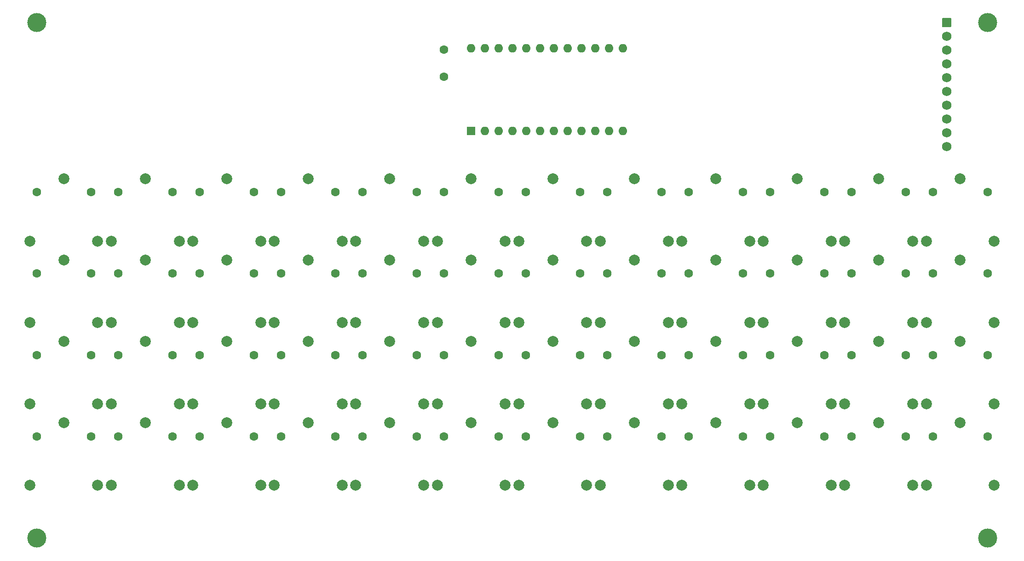
<source format=gbr>
%TF.GenerationSoftware,KiCad,Pcbnew,5.1.10*%
%TF.CreationDate,2021-12-10T20:41:03+01:00*%
%TF.ProjectId,Tastatur,54617374-6174-4757-922e-6b696361645f,rev?*%
%TF.SameCoordinates,Original*%
%TF.FileFunction,Soldermask,Top*%
%TF.FilePolarity,Negative*%
%FSLAX46Y46*%
G04 Gerber Fmt 4.6, Leading zero omitted, Abs format (unit mm)*
G04 Created by KiCad (PCBNEW 5.1.10) date 2021-12-10 20:41:03*
%MOMM*%
%LPD*%
G01*
G04 APERTURE LIST*
%ADD10C,1.740000*%
%ADD11C,3.500000*%
%ADD12O,1.600000X1.600000*%
%ADD13R,1.600000X1.600000*%
%ADD14C,2.000000*%
%ADD15C,1.600000*%
G04 APERTURE END LIST*
D10*
%TO.C,X11*%
X237500000Y-62860000D03*
X237500000Y-60320000D03*
X237500000Y-57780000D03*
X237500000Y-55240000D03*
X237500000Y-52700000D03*
X237500000Y-50160000D03*
X237500000Y-47620000D03*
X237500000Y-45080000D03*
X237500000Y-42540000D03*
G36*
G01*
X236879999Y-39130000D02*
X238120001Y-39130000D01*
G75*
G02*
X238370000Y-39379999I0J-249999D01*
G01*
X238370000Y-40620001D01*
G75*
G02*
X238120001Y-40870000I-249999J0D01*
G01*
X236879999Y-40870000D01*
G75*
G02*
X236630000Y-40620001I0J249999D01*
G01*
X236630000Y-39379999D01*
G75*
G02*
X236879999Y-39130000I249999J0D01*
G01*
G37*
%TD*%
D11*
%TO.C,H4*%
X245000000Y-135000000D03*
%TD*%
%TO.C,H3*%
X245000000Y-40000000D03*
%TD*%
%TO.C,H2*%
X70000000Y-40000000D03*
%TD*%
%TO.C,H1*%
X70000000Y-135000000D03*
%TD*%
D12*
%TO.C,U1*%
X150000000Y-44760000D03*
X177940000Y-60000000D03*
X152540000Y-44760000D03*
X175400000Y-60000000D03*
X155080000Y-44760000D03*
X172860000Y-60000000D03*
X157620000Y-44760000D03*
X170320000Y-60000000D03*
X160160000Y-44760000D03*
X167780000Y-60000000D03*
X162700000Y-44760000D03*
X165240000Y-60000000D03*
X165240000Y-44760000D03*
X162700000Y-60000000D03*
X167780000Y-44760000D03*
X160160000Y-60000000D03*
X170320000Y-44760000D03*
X157620000Y-60000000D03*
X172860000Y-44760000D03*
X155080000Y-60000000D03*
X175400000Y-44760000D03*
X152540000Y-60000000D03*
X177940000Y-44760000D03*
D13*
X150000000Y-60000000D03*
%TD*%
D14*
%TO.C,SW48*%
X240000000Y-113750000D03*
X246250000Y-125250000D03*
X233750000Y-125250000D03*
D15*
X245000000Y-116250000D03*
X235000000Y-116250000D03*
%TD*%
D14*
%TO.C,SW47*%
X225000000Y-113750000D03*
X231250000Y-125250000D03*
X218750000Y-125250000D03*
D15*
X230000000Y-116250000D03*
X220000000Y-116250000D03*
%TD*%
D14*
%TO.C,SW46*%
X210000000Y-113750000D03*
X216250000Y-125250000D03*
X203750000Y-125250000D03*
D15*
X215000000Y-116250000D03*
X205000000Y-116250000D03*
%TD*%
D14*
%TO.C,SW45*%
X195000000Y-113750000D03*
X201250000Y-125250000D03*
X188750000Y-125250000D03*
D15*
X200000000Y-116250000D03*
X190000000Y-116250000D03*
%TD*%
D14*
%TO.C,SW44*%
X180000000Y-113750000D03*
X186250000Y-125250000D03*
X173750000Y-125250000D03*
D15*
X185000000Y-116250000D03*
X175000000Y-116250000D03*
%TD*%
D14*
%TO.C,SW43*%
X165000000Y-113750000D03*
X171250000Y-125250000D03*
X158750000Y-125250000D03*
D15*
X170000000Y-116250000D03*
X160000000Y-116250000D03*
%TD*%
D14*
%TO.C,SW42*%
X150000000Y-113750000D03*
X156250000Y-125250000D03*
X143750000Y-125250000D03*
D15*
X155000000Y-116250000D03*
X145000000Y-116250000D03*
%TD*%
D14*
%TO.C,SW41*%
X135000000Y-113750000D03*
X141250000Y-125250000D03*
X128750000Y-125250000D03*
D15*
X140000000Y-116250000D03*
X130000000Y-116250000D03*
%TD*%
D14*
%TO.C,SW40*%
X120000000Y-113750000D03*
X126250000Y-125250000D03*
X113750000Y-125250000D03*
D15*
X125000000Y-116250000D03*
X115000000Y-116250000D03*
%TD*%
D14*
%TO.C,SW39*%
X105000000Y-113750000D03*
X111250000Y-125250000D03*
X98750000Y-125250000D03*
D15*
X110000000Y-116250000D03*
X100000000Y-116250000D03*
%TD*%
D14*
%TO.C,SW38*%
X90000000Y-113750000D03*
X96250000Y-125250000D03*
X83750000Y-125250000D03*
D15*
X95000000Y-116250000D03*
X85000000Y-116250000D03*
%TD*%
D14*
%TO.C,SW37*%
X75000000Y-113750000D03*
X81250000Y-125250000D03*
X68750000Y-125250000D03*
D15*
X80000000Y-116250000D03*
X70000000Y-116250000D03*
%TD*%
D14*
%TO.C,SW36*%
X240000000Y-98750000D03*
X246250000Y-110250000D03*
X233750000Y-110250000D03*
D15*
X245000000Y-101250000D03*
X235000000Y-101250000D03*
%TD*%
D14*
%TO.C,SW35*%
X225000000Y-98750000D03*
X231250000Y-110250000D03*
X218750000Y-110250000D03*
D15*
X230000000Y-101250000D03*
X220000000Y-101250000D03*
%TD*%
D14*
%TO.C,SW34*%
X210000000Y-98750000D03*
X216250000Y-110250000D03*
X203750000Y-110250000D03*
D15*
X215000000Y-101250000D03*
X205000000Y-101250000D03*
%TD*%
D14*
%TO.C,SW33*%
X195000000Y-98750000D03*
X201250000Y-110250000D03*
X188750000Y-110250000D03*
D15*
X200000000Y-101250000D03*
X190000000Y-101250000D03*
%TD*%
D14*
%TO.C,SW32*%
X180000000Y-98750000D03*
X186250000Y-110250000D03*
X173750000Y-110250000D03*
D15*
X185000000Y-101250000D03*
X175000000Y-101250000D03*
%TD*%
D14*
%TO.C,SW31*%
X165000000Y-98750000D03*
X171250000Y-110250000D03*
X158750000Y-110250000D03*
D15*
X170000000Y-101250000D03*
X160000000Y-101250000D03*
%TD*%
D14*
%TO.C,SW30*%
X150000000Y-98750000D03*
X156250000Y-110250000D03*
X143750000Y-110250000D03*
D15*
X155000000Y-101250000D03*
X145000000Y-101250000D03*
%TD*%
D14*
%TO.C,SW29*%
X135000000Y-98750000D03*
X141250000Y-110250000D03*
X128750000Y-110250000D03*
D15*
X140000000Y-101250000D03*
X130000000Y-101250000D03*
%TD*%
D14*
%TO.C,SW28*%
X120000000Y-98750000D03*
X126250000Y-110250000D03*
X113750000Y-110250000D03*
D15*
X125000000Y-101250000D03*
X115000000Y-101250000D03*
%TD*%
D14*
%TO.C,SW27*%
X105000000Y-98750000D03*
X111250000Y-110250000D03*
X98750000Y-110250000D03*
D15*
X110000000Y-101250000D03*
X100000000Y-101250000D03*
%TD*%
D14*
%TO.C,SW26*%
X90000000Y-98750000D03*
X96250000Y-110250000D03*
X83750000Y-110250000D03*
D15*
X95000000Y-101250000D03*
X85000000Y-101250000D03*
%TD*%
D14*
%TO.C,SW25*%
X75000000Y-98750000D03*
X81250000Y-110250000D03*
X68750000Y-110250000D03*
D15*
X80000000Y-101250000D03*
X70000000Y-101250000D03*
%TD*%
D14*
%TO.C,SW24*%
X240000000Y-83750000D03*
X246250000Y-95250000D03*
X233750000Y-95250000D03*
D15*
X245000000Y-86250000D03*
X235000000Y-86250000D03*
%TD*%
D14*
%TO.C,SW23*%
X225000000Y-83750000D03*
X231250000Y-95250000D03*
X218750000Y-95250000D03*
D15*
X230000000Y-86250000D03*
X220000000Y-86250000D03*
%TD*%
D14*
%TO.C,SW22*%
X210000000Y-83750000D03*
X216250000Y-95250000D03*
X203750000Y-95250000D03*
D15*
X215000000Y-86250000D03*
X205000000Y-86250000D03*
%TD*%
D14*
%TO.C,SW21*%
X195000000Y-83750000D03*
X201250000Y-95250000D03*
X188750000Y-95250000D03*
D15*
X200000000Y-86250000D03*
X190000000Y-86250000D03*
%TD*%
D14*
%TO.C,SW20*%
X180000000Y-83750000D03*
X186250000Y-95250000D03*
X173750000Y-95250000D03*
D15*
X185000000Y-86250000D03*
X175000000Y-86250000D03*
%TD*%
D14*
%TO.C,SW19*%
X165000000Y-83750000D03*
X171250000Y-95250000D03*
X158750000Y-95250000D03*
D15*
X170000000Y-86250000D03*
X160000000Y-86250000D03*
%TD*%
D14*
%TO.C,SW18*%
X150000000Y-83750000D03*
X156250000Y-95250000D03*
X143750000Y-95250000D03*
D15*
X155000000Y-86250000D03*
X145000000Y-86250000D03*
%TD*%
D14*
%TO.C,SW17*%
X135000000Y-83750000D03*
X141250000Y-95250000D03*
X128750000Y-95250000D03*
D15*
X140000000Y-86250000D03*
X130000000Y-86250000D03*
%TD*%
D14*
%TO.C,SW16*%
X120000000Y-83750000D03*
X126250000Y-95250000D03*
X113750000Y-95250000D03*
D15*
X125000000Y-86250000D03*
X115000000Y-86250000D03*
%TD*%
D14*
%TO.C,SW15*%
X105000000Y-83750000D03*
X111250000Y-95250000D03*
X98750000Y-95250000D03*
D15*
X110000000Y-86250000D03*
X100000000Y-86250000D03*
%TD*%
D14*
%TO.C,SW14*%
X90000000Y-83750000D03*
X96250000Y-95250000D03*
X83750000Y-95250000D03*
D15*
X95000000Y-86250000D03*
X85000000Y-86250000D03*
%TD*%
D14*
%TO.C,SW13*%
X75000000Y-83750000D03*
X81250000Y-95250000D03*
X68750000Y-95250000D03*
D15*
X80000000Y-86250000D03*
X70000000Y-86250000D03*
%TD*%
D14*
%TO.C,SW12*%
X240000000Y-68750000D03*
X246250000Y-80250000D03*
X233750000Y-80250000D03*
D15*
X245000000Y-71250000D03*
X235000000Y-71250000D03*
%TD*%
D14*
%TO.C,SW11*%
X225000000Y-68750000D03*
X231250000Y-80250000D03*
X218750000Y-80250000D03*
D15*
X230000000Y-71250000D03*
X220000000Y-71250000D03*
%TD*%
D14*
%TO.C,SW10*%
X210000000Y-68750000D03*
X216250000Y-80250000D03*
X203750000Y-80250000D03*
D15*
X215000000Y-71250000D03*
X205000000Y-71250000D03*
%TD*%
D14*
%TO.C,SW9*%
X195000000Y-68750000D03*
X201250000Y-80250000D03*
X188750000Y-80250000D03*
D15*
X200000000Y-71250000D03*
X190000000Y-71250000D03*
%TD*%
D14*
%TO.C,SW8*%
X180000000Y-68750000D03*
X186250000Y-80250000D03*
X173750000Y-80250000D03*
D15*
X185000000Y-71250000D03*
X175000000Y-71250000D03*
%TD*%
D14*
%TO.C,SW7*%
X165000000Y-68750000D03*
X171250000Y-80250000D03*
X158750000Y-80250000D03*
D15*
X170000000Y-71250000D03*
X160000000Y-71250000D03*
%TD*%
D14*
%TO.C,SW6*%
X150000000Y-68750000D03*
X156250000Y-80250000D03*
X143750000Y-80250000D03*
D15*
X155000000Y-71250000D03*
X145000000Y-71250000D03*
%TD*%
D14*
%TO.C,SW5*%
X135000000Y-68750000D03*
X141250000Y-80250000D03*
X128750000Y-80250000D03*
D15*
X140000000Y-71250000D03*
X130000000Y-71250000D03*
%TD*%
D14*
%TO.C,SW4*%
X120000000Y-68750000D03*
X126250000Y-80250000D03*
X113750000Y-80250000D03*
D15*
X125000000Y-71250000D03*
X115000000Y-71250000D03*
%TD*%
D14*
%TO.C,SW3*%
X105000000Y-68750000D03*
X111250000Y-80250000D03*
X98750000Y-80250000D03*
D15*
X110000000Y-71250000D03*
X100000000Y-71250000D03*
%TD*%
D14*
%TO.C,SW2*%
X90000000Y-68750000D03*
X96250000Y-80250000D03*
X83750000Y-80250000D03*
D15*
X95000000Y-71250000D03*
X85000000Y-71250000D03*
%TD*%
D14*
%TO.C,SW1*%
X75000000Y-68750000D03*
X81250000Y-80250000D03*
X68750000Y-80250000D03*
D15*
X80000000Y-71250000D03*
X70000000Y-71250000D03*
%TD*%
%TO.C,C12*%
X145000000Y-50000000D03*
X145000000Y-45000000D03*
%TD*%
M02*

</source>
